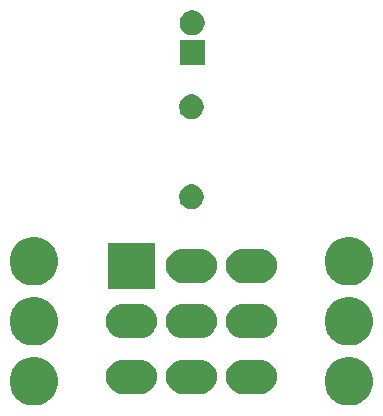
<source format=gbr>
G04 #@! TF.GenerationSoftware,KiCad,Pcbnew,(5.1.5-0-10_14)*
G04 #@! TF.CreationDate,2020-11-20T21:35:50+01:00*
G04 #@! TF.ProjectId,3pdt-90deg,33706474-2d39-4306-9465-672e6b696361,rev?*
G04 #@! TF.SameCoordinates,Original*
G04 #@! TF.FileFunction,Soldermask,Top*
G04 #@! TF.FilePolarity,Negative*
%FSLAX46Y46*%
G04 Gerber Fmt 4.6, Leading zero omitted, Abs format (unit mm)*
G04 Created by KiCad (PCBNEW (5.1.5-0-10_14)) date 2020-11-20 21:35:50*
%MOMM*%
%LPD*%
G04 APERTURE LIST*
%ADD10C,0.100000*%
G04 APERTURE END LIST*
D10*
G36*
X165063326Y-66607578D02*
G01*
X165063329Y-66607579D01*
X165063328Y-66607579D01*
X165436631Y-66762206D01*
X165772596Y-66986690D01*
X166058310Y-67272404D01*
X166136866Y-67389972D01*
X166282795Y-67608371D01*
X166437422Y-67981674D01*
X166516250Y-68377968D01*
X166516250Y-68782032D01*
X166437422Y-69178326D01*
X166437421Y-69178328D01*
X166282794Y-69551631D01*
X166058310Y-69887596D01*
X165772596Y-70173310D01*
X165436631Y-70397794D01*
X165436630Y-70397795D01*
X165436629Y-70397795D01*
X165063326Y-70552422D01*
X164667032Y-70631250D01*
X164262968Y-70631250D01*
X163866674Y-70552422D01*
X163493371Y-70397795D01*
X163493370Y-70397795D01*
X163493369Y-70397794D01*
X163157404Y-70173310D01*
X162871690Y-69887596D01*
X162647206Y-69551631D01*
X162492579Y-69178328D01*
X162492578Y-69178326D01*
X162413750Y-68782032D01*
X162413750Y-68377968D01*
X162492578Y-67981674D01*
X162647205Y-67608371D01*
X162793134Y-67389972D01*
X162871690Y-67272404D01*
X163157404Y-66986690D01*
X163493369Y-66762206D01*
X163866672Y-66607579D01*
X163866671Y-66607579D01*
X163866674Y-66607578D01*
X164262968Y-66528750D01*
X164667032Y-66528750D01*
X165063326Y-66607578D01*
G37*
G36*
X138393326Y-66607578D02*
G01*
X138393329Y-66607579D01*
X138393328Y-66607579D01*
X138766631Y-66762206D01*
X139102596Y-66986690D01*
X139388310Y-67272404D01*
X139466866Y-67389972D01*
X139612795Y-67608371D01*
X139767422Y-67981674D01*
X139846250Y-68377968D01*
X139846250Y-68782032D01*
X139767422Y-69178326D01*
X139767421Y-69178328D01*
X139612794Y-69551631D01*
X139388310Y-69887596D01*
X139102596Y-70173310D01*
X138766631Y-70397794D01*
X138766630Y-70397795D01*
X138766629Y-70397795D01*
X138393326Y-70552422D01*
X137997032Y-70631250D01*
X137592968Y-70631250D01*
X137196674Y-70552422D01*
X136823371Y-70397795D01*
X136823370Y-70397795D01*
X136823369Y-70397794D01*
X136487404Y-70173310D01*
X136201690Y-69887596D01*
X135977206Y-69551631D01*
X135822579Y-69178328D01*
X135822578Y-69178326D01*
X135743750Y-68782032D01*
X135743750Y-68377968D01*
X135822578Y-67981674D01*
X135977205Y-67608371D01*
X136123134Y-67389972D01*
X136201690Y-67272404D01*
X136487404Y-66986690D01*
X136823369Y-66762206D01*
X137196672Y-66607579D01*
X137196671Y-66607579D01*
X137196674Y-66607578D01*
X137592968Y-66528750D01*
X137997032Y-66528750D01*
X138393326Y-66607578D01*
G37*
G36*
X146927861Y-66759498D02*
G01*
X147034446Y-66769995D01*
X147307960Y-66852965D01*
X147307963Y-66852966D01*
X147560028Y-66987698D01*
X147560029Y-66987699D01*
X147560033Y-66987701D01*
X147780976Y-67169024D01*
X147962299Y-67389967D01*
X147962301Y-67389971D01*
X147962302Y-67389972D01*
X148097034Y-67642037D01*
X148097035Y-67642040D01*
X148180005Y-67915554D01*
X148208020Y-68200000D01*
X148180005Y-68484446D01*
X148097035Y-68757960D01*
X148097034Y-68757963D01*
X147962302Y-69010028D01*
X147962299Y-69010033D01*
X147780976Y-69230976D01*
X147560033Y-69412299D01*
X147560029Y-69412301D01*
X147560028Y-69412302D01*
X147307963Y-69547034D01*
X147307960Y-69547035D01*
X147034446Y-69630005D01*
X146927861Y-69640502D01*
X146821278Y-69651000D01*
X145278722Y-69651000D01*
X145172139Y-69640502D01*
X145065554Y-69630005D01*
X144792040Y-69547035D01*
X144792037Y-69547034D01*
X144539972Y-69412302D01*
X144539971Y-69412301D01*
X144539967Y-69412299D01*
X144319024Y-69230976D01*
X144137701Y-69010033D01*
X144137698Y-69010028D01*
X144002966Y-68757963D01*
X144002965Y-68757960D01*
X143919995Y-68484446D01*
X143891980Y-68200000D01*
X143919995Y-67915554D01*
X144002965Y-67642040D01*
X144002966Y-67642037D01*
X144137698Y-67389972D01*
X144137699Y-67389971D01*
X144137701Y-67389967D01*
X144319024Y-67169024D01*
X144539967Y-66987701D01*
X144539971Y-66987699D01*
X144539972Y-66987698D01*
X144792037Y-66852966D01*
X144792040Y-66852965D01*
X145065554Y-66769995D01*
X145172139Y-66759498D01*
X145278722Y-66749000D01*
X146821278Y-66749000D01*
X146927861Y-66759498D01*
G37*
G36*
X157087861Y-66759498D02*
G01*
X157194446Y-66769995D01*
X157467960Y-66852965D01*
X157467963Y-66852966D01*
X157720028Y-66987698D01*
X157720029Y-66987699D01*
X157720033Y-66987701D01*
X157940976Y-67169024D01*
X158122299Y-67389967D01*
X158122301Y-67389971D01*
X158122302Y-67389972D01*
X158257034Y-67642037D01*
X158257035Y-67642040D01*
X158340005Y-67915554D01*
X158368020Y-68200000D01*
X158340005Y-68484446D01*
X158257035Y-68757960D01*
X158257034Y-68757963D01*
X158122302Y-69010028D01*
X158122299Y-69010033D01*
X157940976Y-69230976D01*
X157720033Y-69412299D01*
X157720029Y-69412301D01*
X157720028Y-69412302D01*
X157467963Y-69547034D01*
X157467960Y-69547035D01*
X157194446Y-69630005D01*
X157087861Y-69640502D01*
X156981278Y-69651000D01*
X155438722Y-69651000D01*
X155332139Y-69640502D01*
X155225554Y-69630005D01*
X154952040Y-69547035D01*
X154952037Y-69547034D01*
X154699972Y-69412302D01*
X154699971Y-69412301D01*
X154699967Y-69412299D01*
X154479024Y-69230976D01*
X154297701Y-69010033D01*
X154297698Y-69010028D01*
X154162966Y-68757963D01*
X154162965Y-68757960D01*
X154079995Y-68484446D01*
X154051980Y-68200000D01*
X154079995Y-67915554D01*
X154162965Y-67642040D01*
X154162966Y-67642037D01*
X154297698Y-67389972D01*
X154297699Y-67389971D01*
X154297701Y-67389967D01*
X154479024Y-67169024D01*
X154699967Y-66987701D01*
X154699971Y-66987699D01*
X154699972Y-66987698D01*
X154952037Y-66852966D01*
X154952040Y-66852965D01*
X155225554Y-66769995D01*
X155332139Y-66759498D01*
X155438722Y-66749000D01*
X156981278Y-66749000D01*
X157087861Y-66759498D01*
G37*
G36*
X152007861Y-66759498D02*
G01*
X152114446Y-66769995D01*
X152387960Y-66852965D01*
X152387963Y-66852966D01*
X152640028Y-66987698D01*
X152640029Y-66987699D01*
X152640033Y-66987701D01*
X152860976Y-67169024D01*
X153042299Y-67389967D01*
X153042301Y-67389971D01*
X153042302Y-67389972D01*
X153177034Y-67642037D01*
X153177035Y-67642040D01*
X153260005Y-67915554D01*
X153288020Y-68200000D01*
X153260005Y-68484446D01*
X153177035Y-68757960D01*
X153177034Y-68757963D01*
X153042302Y-69010028D01*
X153042299Y-69010033D01*
X152860976Y-69230976D01*
X152640033Y-69412299D01*
X152640029Y-69412301D01*
X152640028Y-69412302D01*
X152387963Y-69547034D01*
X152387960Y-69547035D01*
X152114446Y-69630005D01*
X152007861Y-69640502D01*
X151901278Y-69651000D01*
X150358722Y-69651000D01*
X150252139Y-69640502D01*
X150145554Y-69630005D01*
X149872040Y-69547035D01*
X149872037Y-69547034D01*
X149619972Y-69412302D01*
X149619971Y-69412301D01*
X149619967Y-69412299D01*
X149399024Y-69230976D01*
X149217701Y-69010033D01*
X149217698Y-69010028D01*
X149082966Y-68757963D01*
X149082965Y-68757960D01*
X148999995Y-68484446D01*
X148971980Y-68200000D01*
X148999995Y-67915554D01*
X149082965Y-67642040D01*
X149082966Y-67642037D01*
X149217698Y-67389972D01*
X149217699Y-67389971D01*
X149217701Y-67389967D01*
X149399024Y-67169024D01*
X149619967Y-66987701D01*
X149619971Y-66987699D01*
X149619972Y-66987698D01*
X149872037Y-66852966D01*
X149872040Y-66852965D01*
X150145554Y-66769995D01*
X150252139Y-66759498D01*
X150358722Y-66749000D01*
X151901278Y-66749000D01*
X152007861Y-66759498D01*
G37*
G36*
X165063326Y-61527578D02*
G01*
X165063329Y-61527579D01*
X165063328Y-61527579D01*
X165436631Y-61682206D01*
X165772596Y-61906690D01*
X166058310Y-62192404D01*
X166282794Y-62528369D01*
X166282795Y-62528371D01*
X166437422Y-62901674D01*
X166516250Y-63297968D01*
X166516250Y-63702032D01*
X166437422Y-64098326D01*
X166437421Y-64098328D01*
X166282794Y-64471631D01*
X166058310Y-64807596D01*
X165772596Y-65093310D01*
X165436631Y-65317794D01*
X165436630Y-65317795D01*
X165436629Y-65317795D01*
X165063326Y-65472422D01*
X164667032Y-65551250D01*
X164262968Y-65551250D01*
X163866674Y-65472422D01*
X163493371Y-65317795D01*
X163493370Y-65317795D01*
X163493369Y-65317794D01*
X163157404Y-65093310D01*
X162871690Y-64807596D01*
X162647206Y-64471631D01*
X162492579Y-64098328D01*
X162492578Y-64098326D01*
X162413750Y-63702032D01*
X162413750Y-63297968D01*
X162492578Y-62901674D01*
X162647205Y-62528371D01*
X162647206Y-62528369D01*
X162871690Y-62192404D01*
X163157404Y-61906690D01*
X163493369Y-61682206D01*
X163866672Y-61527579D01*
X163866671Y-61527579D01*
X163866674Y-61527578D01*
X164262968Y-61448750D01*
X164667032Y-61448750D01*
X165063326Y-61527578D01*
G37*
G36*
X138393326Y-61527578D02*
G01*
X138393329Y-61527579D01*
X138393328Y-61527579D01*
X138766631Y-61682206D01*
X139102596Y-61906690D01*
X139388310Y-62192404D01*
X139612794Y-62528369D01*
X139612795Y-62528371D01*
X139767422Y-62901674D01*
X139846250Y-63297968D01*
X139846250Y-63702032D01*
X139767422Y-64098326D01*
X139767421Y-64098328D01*
X139612794Y-64471631D01*
X139388310Y-64807596D01*
X139102596Y-65093310D01*
X138766631Y-65317794D01*
X138766630Y-65317795D01*
X138766629Y-65317795D01*
X138393326Y-65472422D01*
X137997032Y-65551250D01*
X137592968Y-65551250D01*
X137196674Y-65472422D01*
X136823371Y-65317795D01*
X136823370Y-65317795D01*
X136823369Y-65317794D01*
X136487404Y-65093310D01*
X136201690Y-64807596D01*
X135977206Y-64471631D01*
X135822579Y-64098328D01*
X135822578Y-64098326D01*
X135743750Y-63702032D01*
X135743750Y-63297968D01*
X135822578Y-62901674D01*
X135977205Y-62528371D01*
X135977206Y-62528369D01*
X136201690Y-62192404D01*
X136487404Y-61906690D01*
X136823369Y-61682206D01*
X137196672Y-61527579D01*
X137196671Y-61527579D01*
X137196674Y-61527578D01*
X137592968Y-61448750D01*
X137997032Y-61448750D01*
X138393326Y-61527578D01*
G37*
G36*
X157087861Y-62059497D02*
G01*
X157194446Y-62069995D01*
X157467960Y-62152965D01*
X157467963Y-62152966D01*
X157720028Y-62287698D01*
X157720029Y-62287699D01*
X157720033Y-62287701D01*
X157940976Y-62469024D01*
X158122299Y-62689967D01*
X158122301Y-62689971D01*
X158122302Y-62689972D01*
X158257034Y-62942037D01*
X158257035Y-62942040D01*
X158340005Y-63215554D01*
X158368020Y-63500000D01*
X158340005Y-63784446D01*
X158257035Y-64057960D01*
X158257034Y-64057963D01*
X158235459Y-64098326D01*
X158122299Y-64310033D01*
X157940976Y-64530976D01*
X157720033Y-64712299D01*
X157720029Y-64712301D01*
X157720028Y-64712302D01*
X157467963Y-64847034D01*
X157467960Y-64847035D01*
X157194446Y-64930005D01*
X157087861Y-64940502D01*
X156981278Y-64951000D01*
X155438722Y-64951000D01*
X155332139Y-64940502D01*
X155225554Y-64930005D01*
X154952040Y-64847035D01*
X154952037Y-64847034D01*
X154699972Y-64712302D01*
X154699971Y-64712301D01*
X154699967Y-64712299D01*
X154479024Y-64530976D01*
X154297701Y-64310033D01*
X154184541Y-64098326D01*
X154162966Y-64057963D01*
X154162965Y-64057960D01*
X154079995Y-63784446D01*
X154051980Y-63500000D01*
X154079995Y-63215554D01*
X154162965Y-62942040D01*
X154162966Y-62942037D01*
X154297698Y-62689972D01*
X154297699Y-62689971D01*
X154297701Y-62689967D01*
X154479024Y-62469024D01*
X154699967Y-62287701D01*
X154699971Y-62287699D01*
X154699972Y-62287698D01*
X154952037Y-62152966D01*
X154952040Y-62152965D01*
X155225554Y-62069995D01*
X155332139Y-62059497D01*
X155438722Y-62049000D01*
X156981278Y-62049000D01*
X157087861Y-62059497D01*
G37*
G36*
X152007861Y-62059497D02*
G01*
X152114446Y-62069995D01*
X152387960Y-62152965D01*
X152387963Y-62152966D01*
X152640028Y-62287698D01*
X152640029Y-62287699D01*
X152640033Y-62287701D01*
X152860976Y-62469024D01*
X153042299Y-62689967D01*
X153042301Y-62689971D01*
X153042302Y-62689972D01*
X153177034Y-62942037D01*
X153177035Y-62942040D01*
X153260005Y-63215554D01*
X153288020Y-63500000D01*
X153260005Y-63784446D01*
X153177035Y-64057960D01*
X153177034Y-64057963D01*
X153155459Y-64098326D01*
X153042299Y-64310033D01*
X152860976Y-64530976D01*
X152640033Y-64712299D01*
X152640029Y-64712301D01*
X152640028Y-64712302D01*
X152387963Y-64847034D01*
X152387960Y-64847035D01*
X152114446Y-64930005D01*
X152007861Y-64940502D01*
X151901278Y-64951000D01*
X150358722Y-64951000D01*
X150252139Y-64940502D01*
X150145554Y-64930005D01*
X149872040Y-64847035D01*
X149872037Y-64847034D01*
X149619972Y-64712302D01*
X149619971Y-64712301D01*
X149619967Y-64712299D01*
X149399024Y-64530976D01*
X149217701Y-64310033D01*
X149104541Y-64098326D01*
X149082966Y-64057963D01*
X149082965Y-64057960D01*
X148999995Y-63784446D01*
X148971980Y-63500000D01*
X148999995Y-63215554D01*
X149082965Y-62942040D01*
X149082966Y-62942037D01*
X149217698Y-62689972D01*
X149217699Y-62689971D01*
X149217701Y-62689967D01*
X149399024Y-62469024D01*
X149619967Y-62287701D01*
X149619971Y-62287699D01*
X149619972Y-62287698D01*
X149872037Y-62152966D01*
X149872040Y-62152965D01*
X150145554Y-62069995D01*
X150252139Y-62059497D01*
X150358722Y-62049000D01*
X151901278Y-62049000D01*
X152007861Y-62059497D01*
G37*
G36*
X146927861Y-62059497D02*
G01*
X147034446Y-62069995D01*
X147307960Y-62152965D01*
X147307963Y-62152966D01*
X147560028Y-62287698D01*
X147560029Y-62287699D01*
X147560033Y-62287701D01*
X147780976Y-62469024D01*
X147962299Y-62689967D01*
X147962301Y-62689971D01*
X147962302Y-62689972D01*
X148097034Y-62942037D01*
X148097035Y-62942040D01*
X148180005Y-63215554D01*
X148208020Y-63500000D01*
X148180005Y-63784446D01*
X148097035Y-64057960D01*
X148097034Y-64057963D01*
X148075459Y-64098326D01*
X147962299Y-64310033D01*
X147780976Y-64530976D01*
X147560033Y-64712299D01*
X147560029Y-64712301D01*
X147560028Y-64712302D01*
X147307963Y-64847034D01*
X147307960Y-64847035D01*
X147034446Y-64930005D01*
X146927861Y-64940502D01*
X146821278Y-64951000D01*
X145278722Y-64951000D01*
X145172139Y-64940502D01*
X145065554Y-64930005D01*
X144792040Y-64847035D01*
X144792037Y-64847034D01*
X144539972Y-64712302D01*
X144539971Y-64712301D01*
X144539967Y-64712299D01*
X144319024Y-64530976D01*
X144137701Y-64310033D01*
X144024541Y-64098326D01*
X144002966Y-64057963D01*
X144002965Y-64057960D01*
X143919995Y-63784446D01*
X143891980Y-63500000D01*
X143919995Y-63215554D01*
X144002965Y-62942040D01*
X144002966Y-62942037D01*
X144137698Y-62689972D01*
X144137699Y-62689971D01*
X144137701Y-62689967D01*
X144319024Y-62469024D01*
X144539967Y-62287701D01*
X144539971Y-62287699D01*
X144539972Y-62287698D01*
X144792037Y-62152966D01*
X144792040Y-62152965D01*
X145065554Y-62069995D01*
X145172139Y-62059497D01*
X145278722Y-62049000D01*
X146821278Y-62049000D01*
X146927861Y-62059497D01*
G37*
G36*
X148009000Y-60759000D02*
G01*
X144091000Y-60759000D01*
X144091000Y-56841000D01*
X148009000Y-56841000D01*
X148009000Y-60759000D01*
G37*
G36*
X165063326Y-56447578D02*
G01*
X165063329Y-56447579D01*
X165063328Y-56447579D01*
X165436631Y-56602206D01*
X165772596Y-56826690D01*
X166058310Y-57112404D01*
X166216398Y-57349000D01*
X166282795Y-57448371D01*
X166437422Y-57821674D01*
X166516250Y-58217968D01*
X166516250Y-58622032D01*
X166437422Y-59018326D01*
X166437421Y-59018328D01*
X166282794Y-59391631D01*
X166058310Y-59727596D01*
X165772596Y-60013310D01*
X165436631Y-60237794D01*
X165436630Y-60237795D01*
X165436629Y-60237795D01*
X165063326Y-60392422D01*
X164667032Y-60471250D01*
X164262968Y-60471250D01*
X163866674Y-60392422D01*
X163493371Y-60237795D01*
X163493370Y-60237795D01*
X163493369Y-60237794D01*
X163157404Y-60013310D01*
X162871690Y-59727596D01*
X162647206Y-59391631D01*
X162492579Y-59018328D01*
X162492578Y-59018326D01*
X162413750Y-58622032D01*
X162413750Y-58217968D01*
X162492578Y-57821674D01*
X162647205Y-57448371D01*
X162713602Y-57349000D01*
X162871690Y-57112404D01*
X163157404Y-56826690D01*
X163493369Y-56602206D01*
X163866672Y-56447579D01*
X163866671Y-56447579D01*
X163866674Y-56447578D01*
X164262968Y-56368750D01*
X164667032Y-56368750D01*
X165063326Y-56447578D01*
G37*
G36*
X138393326Y-56447578D02*
G01*
X138393329Y-56447579D01*
X138393328Y-56447579D01*
X138766631Y-56602206D01*
X139102596Y-56826690D01*
X139388310Y-57112404D01*
X139546398Y-57349000D01*
X139612795Y-57448371D01*
X139767422Y-57821674D01*
X139846250Y-58217968D01*
X139846250Y-58622032D01*
X139767422Y-59018326D01*
X139767421Y-59018328D01*
X139612794Y-59391631D01*
X139388310Y-59727596D01*
X139102596Y-60013310D01*
X138766631Y-60237794D01*
X138766630Y-60237795D01*
X138766629Y-60237795D01*
X138393326Y-60392422D01*
X137997032Y-60471250D01*
X137592968Y-60471250D01*
X137196674Y-60392422D01*
X136823371Y-60237795D01*
X136823370Y-60237795D01*
X136823369Y-60237794D01*
X136487404Y-60013310D01*
X136201690Y-59727596D01*
X135977206Y-59391631D01*
X135822579Y-59018328D01*
X135822578Y-59018326D01*
X135743750Y-58622032D01*
X135743750Y-58217968D01*
X135822578Y-57821674D01*
X135977205Y-57448371D01*
X136043602Y-57349000D01*
X136201690Y-57112404D01*
X136487404Y-56826690D01*
X136823369Y-56602206D01*
X137196672Y-56447579D01*
X137196671Y-56447579D01*
X137196674Y-56447578D01*
X137592968Y-56368750D01*
X137997032Y-56368750D01*
X138393326Y-56447578D01*
G37*
G36*
X152007861Y-57359497D02*
G01*
X152114446Y-57369995D01*
X152387960Y-57452965D01*
X152387963Y-57452966D01*
X152640028Y-57587698D01*
X152640029Y-57587699D01*
X152640033Y-57587701D01*
X152860976Y-57769024D01*
X153042299Y-57989967D01*
X153042301Y-57989971D01*
X153042302Y-57989972D01*
X153177034Y-58242037D01*
X153177035Y-58242040D01*
X153260005Y-58515554D01*
X153288020Y-58800000D01*
X153260005Y-59084446D01*
X153177035Y-59357960D01*
X153177034Y-59357963D01*
X153042302Y-59610028D01*
X153042299Y-59610033D01*
X152860976Y-59830976D01*
X152640033Y-60012299D01*
X152640029Y-60012301D01*
X152640028Y-60012302D01*
X152387963Y-60147034D01*
X152387960Y-60147035D01*
X152114446Y-60230005D01*
X152035361Y-60237794D01*
X151901278Y-60251000D01*
X150358722Y-60251000D01*
X150224639Y-60237794D01*
X150145554Y-60230005D01*
X149872040Y-60147035D01*
X149872037Y-60147034D01*
X149619972Y-60012302D01*
X149619971Y-60012301D01*
X149619967Y-60012299D01*
X149399024Y-59830976D01*
X149217701Y-59610033D01*
X149217698Y-59610028D01*
X149082966Y-59357963D01*
X149082965Y-59357960D01*
X148999995Y-59084446D01*
X148971980Y-58800000D01*
X148999995Y-58515554D01*
X149082965Y-58242040D01*
X149082966Y-58242037D01*
X149217698Y-57989972D01*
X149217699Y-57989971D01*
X149217701Y-57989967D01*
X149399024Y-57769024D01*
X149619967Y-57587701D01*
X149619971Y-57587699D01*
X149619972Y-57587698D01*
X149872037Y-57452966D01*
X149872040Y-57452965D01*
X150145554Y-57369995D01*
X150252139Y-57359497D01*
X150358722Y-57349000D01*
X151901278Y-57349000D01*
X152007861Y-57359497D01*
G37*
G36*
X157087861Y-57359497D02*
G01*
X157194446Y-57369995D01*
X157467960Y-57452965D01*
X157467963Y-57452966D01*
X157720028Y-57587698D01*
X157720029Y-57587699D01*
X157720033Y-57587701D01*
X157940976Y-57769024D01*
X158122299Y-57989967D01*
X158122301Y-57989971D01*
X158122302Y-57989972D01*
X158257034Y-58242037D01*
X158257035Y-58242040D01*
X158340005Y-58515554D01*
X158368020Y-58800000D01*
X158340005Y-59084446D01*
X158257035Y-59357960D01*
X158257034Y-59357963D01*
X158122302Y-59610028D01*
X158122299Y-59610033D01*
X157940976Y-59830976D01*
X157720033Y-60012299D01*
X157720029Y-60012301D01*
X157720028Y-60012302D01*
X157467963Y-60147034D01*
X157467960Y-60147035D01*
X157194446Y-60230005D01*
X157115361Y-60237794D01*
X156981278Y-60251000D01*
X155438722Y-60251000D01*
X155304639Y-60237794D01*
X155225554Y-60230005D01*
X154952040Y-60147035D01*
X154952037Y-60147034D01*
X154699972Y-60012302D01*
X154699971Y-60012301D01*
X154699967Y-60012299D01*
X154479024Y-59830976D01*
X154297701Y-59610033D01*
X154297698Y-59610028D01*
X154162966Y-59357963D01*
X154162965Y-59357960D01*
X154079995Y-59084446D01*
X154051980Y-58800000D01*
X154079995Y-58515554D01*
X154162965Y-58242040D01*
X154162966Y-58242037D01*
X154297698Y-57989972D01*
X154297699Y-57989971D01*
X154297701Y-57989967D01*
X154479024Y-57769024D01*
X154699967Y-57587701D01*
X154699971Y-57587699D01*
X154699972Y-57587698D01*
X154952037Y-57452966D01*
X154952040Y-57452965D01*
X155225554Y-57369995D01*
X155332139Y-57359497D01*
X155438722Y-57349000D01*
X156981278Y-57349000D01*
X157087861Y-57359497D01*
G37*
G36*
X151436564Y-51948389D02*
G01*
X151627833Y-52027615D01*
X151627835Y-52027616D01*
X151799973Y-52142635D01*
X151946365Y-52289027D01*
X152061385Y-52461167D01*
X152140611Y-52652436D01*
X152181000Y-52855484D01*
X152181000Y-53062516D01*
X152140611Y-53265564D01*
X152061385Y-53456833D01*
X152061384Y-53456835D01*
X151946365Y-53628973D01*
X151799973Y-53775365D01*
X151627835Y-53890384D01*
X151627834Y-53890385D01*
X151627833Y-53890385D01*
X151436564Y-53969611D01*
X151233516Y-54010000D01*
X151026484Y-54010000D01*
X150823436Y-53969611D01*
X150632167Y-53890385D01*
X150632166Y-53890385D01*
X150632165Y-53890384D01*
X150460027Y-53775365D01*
X150313635Y-53628973D01*
X150198616Y-53456835D01*
X150198615Y-53456833D01*
X150119389Y-53265564D01*
X150079000Y-53062516D01*
X150079000Y-52855484D01*
X150119389Y-52652436D01*
X150198615Y-52461167D01*
X150313635Y-52289027D01*
X150460027Y-52142635D01*
X150632165Y-52027616D01*
X150632167Y-52027615D01*
X150823436Y-51948389D01*
X151026484Y-51908000D01*
X151233516Y-51908000D01*
X151436564Y-51948389D01*
G37*
G36*
X151436564Y-44328389D02*
G01*
X151627833Y-44407615D01*
X151627835Y-44407616D01*
X151799973Y-44522635D01*
X151946365Y-44669027D01*
X152061385Y-44841167D01*
X152140611Y-45032436D01*
X152181000Y-45235484D01*
X152181000Y-45442516D01*
X152140611Y-45645564D01*
X152061385Y-45836833D01*
X152061384Y-45836835D01*
X151946365Y-46008973D01*
X151799973Y-46155365D01*
X151627835Y-46270384D01*
X151627834Y-46270385D01*
X151627833Y-46270385D01*
X151436564Y-46349611D01*
X151233516Y-46390000D01*
X151026484Y-46390000D01*
X150823436Y-46349611D01*
X150632167Y-46270385D01*
X150632166Y-46270385D01*
X150632165Y-46270384D01*
X150460027Y-46155365D01*
X150313635Y-46008973D01*
X150198616Y-45836835D01*
X150198615Y-45836833D01*
X150119389Y-45645564D01*
X150079000Y-45442516D01*
X150079000Y-45235484D01*
X150119389Y-45032436D01*
X150198615Y-44841167D01*
X150313635Y-44669027D01*
X150460027Y-44522635D01*
X150632165Y-44407616D01*
X150632167Y-44407615D01*
X150823436Y-44328389D01*
X151026484Y-44288000D01*
X151233516Y-44288000D01*
X151436564Y-44328389D01*
G37*
G36*
X152244500Y-41818000D02*
G01*
X150142500Y-41818000D01*
X150142500Y-39716000D01*
X152244500Y-39716000D01*
X152244500Y-41818000D01*
G37*
G36*
X151500064Y-37216389D02*
G01*
X151691333Y-37295615D01*
X151691335Y-37295616D01*
X151863473Y-37410635D01*
X152009865Y-37557027D01*
X152124885Y-37729167D01*
X152204111Y-37920436D01*
X152244500Y-38123484D01*
X152244500Y-38330516D01*
X152204111Y-38533564D01*
X152124885Y-38724833D01*
X152124884Y-38724835D01*
X152009865Y-38896973D01*
X151863473Y-39043365D01*
X151691335Y-39158384D01*
X151691334Y-39158385D01*
X151691333Y-39158385D01*
X151500064Y-39237611D01*
X151297016Y-39278000D01*
X151089984Y-39278000D01*
X150886936Y-39237611D01*
X150695667Y-39158385D01*
X150695666Y-39158385D01*
X150695665Y-39158384D01*
X150523527Y-39043365D01*
X150377135Y-38896973D01*
X150262116Y-38724835D01*
X150262115Y-38724833D01*
X150182889Y-38533564D01*
X150142500Y-38330516D01*
X150142500Y-38123484D01*
X150182889Y-37920436D01*
X150262115Y-37729167D01*
X150377135Y-37557027D01*
X150523527Y-37410635D01*
X150695665Y-37295616D01*
X150695667Y-37295615D01*
X150886936Y-37216389D01*
X151089984Y-37176000D01*
X151297016Y-37176000D01*
X151500064Y-37216389D01*
G37*
M02*

</source>
